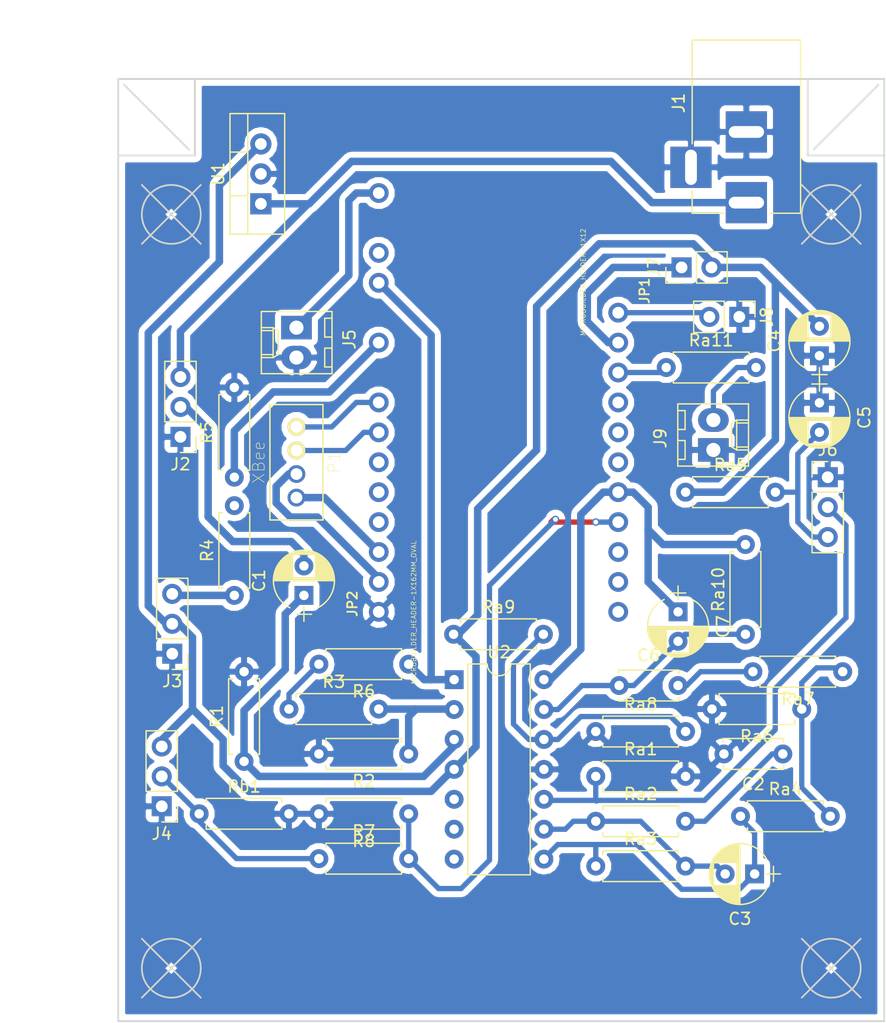
<source format=kicad_pcb>
(kicad_pcb (version 4) (host pcbnew 4.0.7-e2-6376~58~ubuntu16.04.1)
  (layers (0 F.Cu signal) (31 B.Cu signal) (34 B.Paste user) (35 F.Paste user) (36 B.SilkS user) (37 F.SilkS user) (38 B.Mask user) (39 F.Mask user) (44 Edge.Cuts user))
  (net 0 "")
  (net 1 GND)
  (net 2 5V)
  (net 3 SEN0192_OUT)
  (net 4 SE-10_OUT)
  (net 5 12V)
  (net 6 "Net-(R2-Pad1)")
  (net 7 SE-10_OUT_)
  (net 8 SEN0192_OUT_)
  (net 9 "Net-(C1-Pad1)")
  (net 10 VBUS)
  (net 11 EN)
  (net 12 ZRE200_OUT_)
  (net 13 TX)
  (net 14 RX)
  (net 15 3V3)
  (net 16 XBee_ON)
  (net 17 XBee_nRESET)
  (net 18 "Net-(C3-Pad1)")
  (net 19 "Net-(C3-Pad2)")
  (net 20 ZRE200_OUT)
  (net 21 EKMB_OUT)
  (net 22 "Net-(C2-Pad1)")
  (net 23 "Net-(Ra4-Pad2)")
  (net 24 "Net-(C5-Pad2)")
  (net 25 "Net-(C6-Pad1)")
  (net 26 "Net-(C6-Pad2)")
  (net 27 "Net-(R3-Pad1)")
  (net 28 "Net-(Ra8-Pad2)")
  (net 29 EKMB_OUT_)
  (net 30 "Net-(J9-Pad2)")
  (net 31 ACTIVITY_LED)
  (module TO_SOT_Packages_THT:TO-220-3_Vertical (layer F.Cu) (at 131.6 84.1 90)
    (fp_text reference U1 (at 2.54 -3.62 90) (layer F.SilkS))
    (fp_text value LM7805_TO220)
    (pad 1 thru_hole rect (at 0 0 90) (size 1.8 1.8) (drill 1) (layers *.Cu *.Mask) (net 5 12V))
    (pad 2 thru_hole oval (at 2.54 0 90) (size 1.8 1.8) (drill 1) (layers *.Cu *.Mask) (net 1 GND))
    (pad 3 thru_hole oval (at 5.08 0 90) (size 1.8 1.8) (drill 1) (layers *.Cu *.Mask) (net 2 5V))
  )
  (module Resistors_THT:R_Axial_DIN0207_L6.3mm_D2.5mm_P7.62mm_Horizontal (layer F.Cu) (at 147.955 120.65)
    (fp_text reference Ra9 (at 3.81 -2.31) (layer F.SilkS))
    (fp_text value 810K)
    (pad 1 thru_hole circle (at 0 0) (size 1.6 1.6) (drill 0.8) (layers *.Cu *.Mask) (net 2 5V))
    (pad 2 thru_hole oval (at 7.62 0) (size 1.6 1.6) (drill 0.8) (layers *.Cu *.Mask) (net 28 "Net-(Ra8-Pad2)"))
  )
  (module Pin_Headers:Pin_Header_Straight_1x03_Pitch2.54mm (layer F.Cu) (at 124.7775 103.886 180)
    (fp_text reference J2 (at 0 -2.33 180) (layer F.SilkS))
    (fp_text value SE-10)
    (pad 1 thru_hole rect (at 0 0 180) (size 1.7 1.7) (drill 1) (layers *.Cu *.Mask) (net 1 GND))
    (pad 2 thru_hole oval (at 0 2.54 180) (size 1.7 1.7) (drill 1) (layers *.Cu *.Mask) (net 4 SE-10_OUT))
    (pad 3 thru_hole oval (at 0 5.08 180) (size 1.7 1.7) (drill 1) (layers *.Cu *.Mask) (net 5 12V))
  )
  (module Resistors_THT:R_Axial_DIN0207_L6.3mm_D2.5mm_P7.62mm_Horizontal (layer F.Cu) (at 130.175 131.445 90)
    (fp_text reference R1 (at 3.81 -2.31 90) (layer F.SilkS))
    (fp_text value 4.62K)
    (pad 1 thru_hole circle (at 0 0 90) (size 1.6 1.6) (drill 0.8) (layers *.Cu *.Mask) (net 9 "Net-(C1-Pad1)"))
    (pad 2 thru_hole oval (at 7.62 0 90) (size 1.6 1.6) (drill 0.8) (layers *.Cu *.Mask) (net 1 GND))
  )
  (module Resistors_THT:R_Axial_DIN0207_L6.3mm_D2.5mm_P7.62mm_Horizontal (layer F.Cu) (at 144.145 130.81 180)
    (fp_text reference R2 (at 3.81 -2.31 180) (layer F.SilkS))
    (fp_text value 9.85K)
    (pad 1 thru_hole circle (at 0 0 180) (size 1.6 1.6) (drill 0.8) (layers *.Cu *.Mask) (net 6 "Net-(R2-Pad1)"))
    (pad 2 thru_hole oval (at 7.62 0 180) (size 1.6 1.6) (drill 0.8) (layers *.Cu *.Mask) (net 1 GND))
  )
  (module Resistors_THT:R_Axial_DIN0207_L6.3mm_D2.5mm_P7.62mm_Horizontal (layer F.Cu) (at 133.985 127)
    (fp_text reference R3 (at 3.81 -2.31) (layer F.SilkS))
    (fp_text value 9.87K)
    (pad 1 thru_hole circle (at 0 0) (size 1.6 1.6) (drill 0.8) (layers *.Cu *.Mask) (net 27 "Net-(R3-Pad1)"))
    (pad 2 thru_hole oval (at 7.62 0) (size 1.6 1.6) (drill 0.8) (layers *.Cu *.Mask) (net 6 "Net-(R2-Pad1)"))
  )
  (module Resistors_THT:R_Axial_DIN0207_L6.3mm_D2.5mm_P7.62mm_Horizontal (layer F.Cu) (at 129.3495 117.348 90)
    (fp_text reference R4 (at 3.81 -2.31 90) (layer F.SilkS))
    (fp_text value 1.491K)
    (pad 1 thru_hole circle (at 0 0 90) (size 1.6 1.6) (drill 0.8) (layers *.Cu *.Mask) (net 3 SEN0192_OUT))
    (pad 2 thru_hole oval (at 7.62 0 90) (size 1.6 1.6) (drill 0.8) (layers *.Cu *.Mask) (net 8 SEN0192_OUT_))
  )
  (module Resistors_THT:R_Axial_DIN0207_L6.3mm_D2.5mm_P7.62mm_Horizontal (layer F.Cu) (at 129.3495 107.315 90)
    (fp_text reference R5 (at 3.81 -2.31 90) (layer F.SilkS))
    (fp_text value 2.18K)
    (pad 1 thru_hole circle (at 0 0 90) (size 1.6 1.6) (drill 0.8) (layers *.Cu *.Mask) (net 8 SEN0192_OUT_))
    (pad 2 thru_hole oval (at 7.62 0 90) (size 1.6 1.6) (drill 0.8) (layers *.Cu *.Mask) (net 1 GND))
  )
  (module "Adafruit Feather M0 Basic rev C:MICROBUILDER_1X12_ROUND" (layer F.Cu) (at 161.925 104.775 270)
    (fp_text reference JP1 (at -13.2842 -2.2352 270) (layer F.SilkS) (effects (font (size 0.8128 0.8128) (thickness 0.1524))))
    (fp_text value MICROBUILDER_HEADER-1X12 (at -14.0208 2.9718 270) (layer F.SilkS) (effects (font (size 0.4064 0.4064) (thickness 0.0508))))
    (pad 2 thru_hole circle (at -11.43 0 270) (size 1.6764 1.6764) (drill 0.99822) (layers *.Cu *.Paste *.Mask) (net 11 EN))
    (pad 3 thru_hole circle (at -8.89 0 270) (size 1.6764 1.6764) (drill 0.99822) (layers *.Cu *.Paste *.Mask) (net 10 VBUS))
    (pad 4 thru_hole circle (at -6.35 0 270) (size 1.6764 1.6764) (drill 0.99822) (layers *.Cu *.Paste *.Mask) (net 31 ACTIVITY_LED))
    (pad 5 thru_hole circle (at -3.81 0 270) (size 1.6764 1.6764) (drill 0.99822) (layers *.Cu *.Paste *.Mask))
    (pad 6 thru_hole circle (at -1.27 0 270) (size 1.6764 1.6764) (drill 0.99822) (layers *.Cu *.Paste *.Mask))
    (pad 7 thru_hole circle (at 1.27 0 270) (size 1.6764 1.6764) (drill 0.99822) (layers *.Cu *.Paste *.Mask))
    (pad 8 thru_hole circle (at 3.81 0 270) (size 1.6764 1.6764) (drill 0.99822) (layers *.Cu *.Paste *.Mask) (net 12 ZRE200_OUT_))
    (pad 9 thru_hole circle (at 6.35 0 270) (size 1.6764 1.6764) (drill 0.99822) (layers *.Cu *.Paste *.Mask) (net 29 EKMB_OUT_))
    (pad 10 thru_hole circle (at 8.89 0 270) (size 1.6764 1.6764) (drill 0.99822) (layers *.Cu *.Paste *.Mask))
    (pad 11 thru_hole circle (at 11.43 0 270) (size 1.6764 1.6764) (drill 0.99822) (layers *.Cu *.Paste *.Mask))
    (pad 12 thru_hole circle (at 13.97 0 270) (size 1.6764 1.6764) (drill 0.99822) (layers *.Cu *.Paste *.Mask))
  )
  (module "Adafruit Feather M0 Basic rev C:MICROBUILDER_1X16_ROUND" (layer F.Cu) (at 141.605 99.695 90)
    (fp_text reference JP2 (at -18.3642 -2.2352 90) (layer F.SilkS) (effects (font (size 0.8128 0.8128) (thickness 0.1524))))
    (fp_text value MICROBUILDER_HEADER-1X162MM_OVAL (at -19.1008 2.9718 90) (layer F.SilkS) (effects (font (size 0.4064 0.4064) (thickness 0.0508))))
    (pad 1 thru_hole circle (at -19.05 0 90) (size 1.6764 1.6764) (drill 0.99822) (layers *.Cu *.Paste *.Mask) (net 1 GND))
    (pad 2 thru_hole circle (at -16.51 0 90) (size 1.6764 1.6764) (drill 0.99822) (layers *.Cu *.Paste *.Mask) (net 13 TX))
    (pad 3 thru_hole circle (at -13.97 0 90) (size 1.6764 1.6764) (drill 0.99822) (layers *.Cu *.Paste *.Mask) (net 14 RX))
    (pad 4 thru_hole circle (at -11.43 0 90) (size 1.6764 1.6764) (drill 0.99822) (layers *.Cu *.Paste *.Mask))
    (pad 5 thru_hole circle (at -8.89 0 90) (size 1.6764 1.6764) (drill 0.99822) (layers *.Cu *.Paste *.Mask))
    (pad 6 thru_hole circle (at -6.35 0 90) (size 1.6764 1.6764) (drill 0.99822) (layers *.Cu *.Paste *.Mask))
    (pad 7 thru_hole circle (at -3.81 0 90) (size 1.6764 1.6764) (drill 0.99822) (layers *.Cu *.Paste *.Mask) (net 17 XBee_nRESET))
    (pad 8 thru_hole circle (at -1.27 0 90) (size 1.6764 1.6764) (drill 0.99822) (layers *.Cu *.Paste *.Mask) (net 16 XBee_ON))
    (pad 10 thru_hole circle (at 3.81 0 90) (size 1.6764 1.6764) (drill 0.99822) (layers *.Cu *.Paste *.Mask) (net 8 SEN0192_OUT_))
    (pad 12 thru_hole circle (at 8.89 0 90) (size 1.6764 1.6764) (drill 0.99822) (layers *.Cu *.Paste *.Mask) (net 7 SE-10_OUT_))
    (pad 13 thru_hole circle (at 11.43 0 90) (size 1.6764 1.6764) (drill 0.99822) (layers *.Cu *.Paste *.Mask))
    (pad 15 thru_hole circle (at 16.51 0 90) (size 1.6764 1.6764) (drill 0.99822) (layers *.Cu *.Paste *.Mask) (net 15 3V3))
  )
  (module Capacitors_THT:CP_Radial_D5.0mm_P2.50mm (layer F.Cu) (at 135.255 117.348 90)
    (fp_text reference C1 (at 1.25 -3.81 90) (layer F.SilkS))
    (fp_text value 22u)
    (pad 1 thru_hole rect (at 0 0 90) (size 1.6 1.6) (drill 0.8) (layers *.Cu *.Mask) (net 9 "Net-(C1-Pad1)"))
    (pad 2 thru_hole circle (at 2.5 0 90) (size 1.6 1.6) (drill 0.8) (layers *.Cu *.Mask) (net 4 SE-10_OUT))
  )
  (module JST_PHR-4 (layer F.Cu) (at 134.62 106.045 270)
    (fp_text reference P1 (at 0 -3.2 270) (layer F.SilkS) (effects (font (thickness 0.05))))
    (fp_text value XBee (at 0 3.2 270) (layer F.SilkS) (effects (font (thickness 0.05))))
    (pad 1 thru_hole circle (at -3 0) (size 1.508 1.508) (drill 1) (layers *.Cu *.Mask F.SilkS) (net 16 XBee_ON))
    (pad 2 thru_hole circle (at -1 0) (size 1.508 1.508) (drill 1) (layers *.Cu *.Mask F.SilkS) (net 17 XBee_nRESET))
    (pad 3 thru_hole circle (at 1 0 270) (size 1.508 1.508) (drill 1) (layers *.Cu *.Mask) (net 13 TX))
    (pad 4 thru_hole circle (at 3 0 270) (size 1.508 1.508) (drill 1) (layers *.Cu *.Mask) (net 14 RX))
  )
  (module Pin_Headers:Pin_Header_Straight_1x03_Pitch2.54mm (layer F.Cu) (at 179.705 107.315)
    (fp_text reference J6 (at 0 -2.33) (layer F.SilkS))
    (fp_text value ZRE200GE)
    (pad 1 thru_hole rect (at 0 0) (size 1.7 1.7) (drill 1) (layers *.Cu *.Mask) (net 1 GND))
    (pad 2 thru_hole oval (at 0 2.54) (size 1.7 1.7) (drill 1) (layers *.Cu *.Mask) (net 20 ZRE200_OUT))
    (pad 3 thru_hole oval (at 0 5.08) (size 1.7 1.7) (drill 1) (layers *.Cu *.Mask) (net 24 "Net-(C5-Pad2)"))
  )
  (module Resistors_THT:R_Axial_DIN0207_L6.3mm_D2.5mm_P7.62mm_Horizontal (layer F.Cu) (at 144.145 123.19 180)
    (fp_text reference R6 (at 3.81 -2.31 180) (layer F.SilkS))
    (fp_text value 14.82K)
    (pad 1 thru_hole circle (at 0 0 180) (size 1.6 1.6) (drill 0.8) (layers *.Cu *.Mask) (net 7 SE-10_OUT_))
    (pad 2 thru_hole oval (at 7.62 0 180) (size 1.6 1.6) (drill 0.8) (layers *.Cu *.Mask) (net 27 "Net-(R3-Pad1)"))
  )
  (module Capacitors_THT:CP_Radial_D5.0mm_P2.50mm (layer F.Cu) (at 173.5 141 180)
    (fp_text reference C3 (at 1.25 -3.81 180) (layer F.SilkS))
    (fp_text value 10n)
    (pad 1 thru_hole rect (at 0 0 180) (size 1.6 1.6) (drill 0.8) (layers *.Cu *.Mask) (net 18 "Net-(C3-Pad1)"))
    (pad 2 thru_hole circle (at 2.5 0 180) (size 1.6 1.6) (drill 0.8) (layers *.Cu *.Mask) (net 19 "Net-(C3-Pad2)"))
  )
  (module Capacitors_THT:CP_Radial_D5.0mm_P2.50mm (layer F.Cu) (at 179 101 270)
    (fp_text reference C5 (at 1.25 -3.81 270) (layer F.SilkS))
    (fp_text value 10u)
    (pad 1 thru_hole rect (at 0 0 270) (size 1.6 1.6) (drill 0.8) (layers *.Cu *.Mask) (net 1 GND))
    (pad 2 thru_hole circle (at 2.5 0 270) (size 1.6 1.6) (drill 0.8) (layers *.Cu *.Mask) (net 24 "Net-(C5-Pad2)"))
  )
  (module Resistors_THT:R_Axial_DIN0207_L6.3mm_D2.5mm_P7.62mm_Horizontal (layer F.Cu) (at 160.02 132.715)
    (fp_text reference Ra1 (at 3.81 -2.31) (layer F.SilkS))
    (fp_text value 47K)
    (pad 1 thru_hole circle (at 0 0) (size 1.6 1.6) (drill 0.8) (layers *.Cu *.Mask) (net 20 ZRE200_OUT))
    (pad 2 thru_hole oval (at 7.62 0) (size 1.6 1.6) (drill 0.8) (layers *.Cu *.Mask) (net 1 GND))
  )
  (module Resistors_THT:R_Axial_DIN0207_L6.3mm_D2.5mm_P7.62mm_Horizontal (layer F.Cu) (at 160.02 136.525)
    (fp_text reference Ra2 (at 3.81 -2.31) (layer F.SilkS))
    (fp_text value 10K)
    (pad 1 thru_hole circle (at 0 0) (size 1.6 1.6) (drill 0.8) (layers *.Cu *.Mask) (net 19 "Net-(C3-Pad2)"))
    (pad 2 thru_hole oval (at 7.62 0) (size 1.6 1.6) (drill 0.8) (layers *.Cu *.Mask) (net 22 "Net-(C2-Pad1)"))
  )
  (module Resistors_THT:R_Axial_DIN0207_L6.3mm_D2.5mm_P7.62mm_Horizontal (layer F.Cu) (at 160.02 140.335)
    (fp_text reference Ra3 (at 3.81 -2.31) (layer F.SilkS))
    (fp_text value 1M)
    (pad 1 thru_hole circle (at 0 0) (size 1.6 1.6) (drill 0.8) (layers *.Cu *.Mask) (net 18 "Net-(C3-Pad1)"))
    (pad 2 thru_hole oval (at 7.62 0) (size 1.6 1.6) (drill 0.8) (layers *.Cu *.Mask) (net 19 "Net-(C3-Pad2)"))
  )
  (module Resistors_THT:R_Axial_DIN0207_L6.3mm_D2.5mm_P7.62mm_Horizontal (layer F.Cu) (at 172.3 136.1)
    (fp_text reference Ra4 (at 3.81 -2.31) (layer F.SilkS))
    (fp_text value 100K)
    (pad 1 thru_hole circle (at 0 0) (size 1.6 1.6) (drill 0.8) (layers *.Cu *.Mask) (net 18 "Net-(C3-Pad1)"))
    (pad 2 thru_hole oval (at 7.62 0) (size 1.6 1.6) (drill 0.8) (layers *.Cu *.Mask) (net 23 "Net-(Ra4-Pad2)"))
  )
  (module Resistors_THT:R_Axial_DIN0207_L6.3mm_D2.5mm_P7.62mm_Horizontal (layer F.Cu) (at 177.5 127 180)
    (fp_text reference Ra6 (at 3.81 -2.31 180) (layer F.SilkS))
    (fp_text value 1M)
    (pad 1 thru_hole circle (at 0 0 180) (size 1.6 1.6) (drill 0.8) (layers *.Cu *.Mask) (net 23 "Net-(Ra4-Pad2)"))
    (pad 2 thru_hole oval (at 7.62 0 180) (size 1.6 1.6) (drill 0.8) (layers *.Cu *.Mask) (net 1 GND))
  )
  (module Resistors_THT:R_Axial_DIN0207_L6.3mm_D2.5mm_P7.62mm_Horizontal (layer F.Cu) (at 180.975 123.825 180)
    (fp_text reference Ra7 (at 3.81 -2.31 180) (layer F.SilkS))
    (fp_text value 10K)
    (pad 1 thru_hole circle (at 0 0 180) (size 1.6 1.6) (drill 0.8) (layers *.Cu *.Mask) (net 23 "Net-(Ra4-Pad2)"))
    (pad 2 thru_hole oval (at 7.62 0 180) (size 1.6 1.6) (drill 0.8) (layers *.Cu *.Mask) (net 26 "Net-(C6-Pad2)"))
  )
  (module Resistors_THT:R_Axial_DIN0207_L6.3mm_D2.5mm_P7.62mm_Horizontal (layer F.Cu) (at 160.02 128.905)
    (fp_text reference Ra8 (at 3.81 -2.31) (layer F.SilkS))
    (fp_text value 470K)
    (pad 1 thru_hole circle (at 0 0) (size 1.6 1.6) (drill 0.8) (layers *.Cu *.Mask) (net 1 GND))
    (pad 2 thru_hole oval (at 7.62 0) (size 1.6 1.6) (drill 0.8) (layers *.Cu *.Mask) (net 28 "Net-(Ra8-Pad2)"))
  )
  (module Resistors_THT:R_Axial_DIN0207_L6.3mm_D2.5mm_P7.62mm_Horizontal (layer F.Cu) (at 126.365 135.89)
    (fp_text reference Rb1 (at 3.81 -2.31) (layer F.SilkS))
    (fp_text value 10K)
    (pad 1 thru_hole circle (at 0 0) (size 1.6 1.6) (drill 0.8) (layers *.Cu *.Mask) (net 21 EKMB_OUT))
    (pad 2 thru_hole oval (at 7.62 0) (size 1.6 1.6) (drill 0.8) (layers *.Cu *.Mask) (net 1 GND))
  )
  (module Capacitors_THT:C_Disc_D5.0mm_W2.5mm_P5.00mm (layer F.Cu) (at 175.895 130.81 180)
    (fp_text reference C2 (at 2.5 -2.56 180) (layer F.SilkS))
    (fp_text value 10u)
    (pad 1 thru_hole circle (at 0 0 180) (size 1.6 1.6) (drill 0.8) (layers *.Cu *.Mask) (net 22 "Net-(C2-Pad1)"))
    (pad 2 thru_hole circle (at 5 0 180) (size 1.6 1.6) (drill 0.8) (layers *.Cu *.Mask) (net 1 GND))
  )
  (module Capacitors_THT:CP_Radial_D5.0mm_P2.50mm (layer F.Cu) (at 167.005 118.745 270)
    (fp_text reference C7 (at 1.25 -3.81 270) (layer F.SilkS))
    (fp_text value 10n)
    (pad 1 thru_hole rect (at 0 0 270) (size 1.6 1.6) (drill 0.8) (layers *.Cu *.Mask) (net 12 ZRE200_OUT_))
    (pad 2 thru_hole circle (at 2.5 0 270) (size 1.6 1.6) (drill 0.8) (layers *.Cu *.Mask) (net 25 "Net-(C6-Pad1)"))
  )
  (module Resistors_THT:R_Axial_DIN0207_L6.3mm_D2.5mm_P7.62mm_Horizontal (layer F.Cu) (at 167.64 108.585)
    (fp_text reference Ra5 (at 3.81 -2.31) (layer F.SilkS))
    (fp_text value 1K)
    (pad 1 thru_hole circle (at 0 0) (size 1.6 1.6) (drill 0.8) (layers *.Cu *.Mask) (net 2 5V))
    (pad 2 thru_hole oval (at 7.62 0) (size 1.6 1.6) (drill 0.8) (layers *.Cu *.Mask) (net 24 "Net-(C5-Pad2)"))
  )
  (module Resistors_THT:R_Axial_DIN0207_L6.3mm_D2.5mm_P7.62mm_Horizontal (layer F.Cu) (at 172.72 120.65 90)
    (fp_text reference Ra10 (at 3.81 -2.31 90) (layer F.SilkS))
    (fp_text value 1M2)
    (pad 1 thru_hole circle (at 0 0 90) (size 1.6 1.6) (drill 0.8) (layers *.Cu *.Mask) (net 25 "Net-(C6-Pad1)"))
    (pad 2 thru_hole oval (at 7.62 0 90) (size 1.6 1.6) (drill 0.8) (layers *.Cu *.Mask) (net 12 ZRE200_OUT_))
  )
  (module Capacitors_THT:CP_Radial_D5.0mm_P2.50mm (layer F.Cu) (at 179 97 90)
    (fp_text reference C4 (at 1.25 -3.81 90) (layer F.SilkS))
    (fp_text value 100u)
    (pad 1 thru_hole rect (at 0 0 90) (size 1.6 1.6) (drill 0.8) (layers *.Cu *.Mask) (net 1 GND))
    (pad 2 thru_hole circle (at 2.5 0 90) (size 1.6 1.6) (drill 0.8) (layers *.Cu *.Mask) (net 2 5V))
  )
  (module Capacitors_THT:C_Disc_D5.0mm_W2.5mm_P5.00mm (layer F.Cu) (at 162 125)
    (fp_text reference C6 (at 2.5 -2.56) (layer F.SilkS))
    (fp_text value 10u)
    (pad 1 thru_hole circle (at 0 0) (size 1.6 1.6) (drill 0.8) (layers *.Cu *.Mask) (net 25 "Net-(C6-Pad1)"))
    (pad 2 thru_hole circle (at 5 0) (size 1.6 1.6) (drill 0.8) (layers *.Cu *.Mask) (net 26 "Net-(C6-Pad2)"))
  )
  (module Pin_Headers:Pin_Header_Straight_1x03_Pitch2.54mm (layer F.Cu) (at 124.079 122.301 180)
    (fp_text reference J3 (at 0 -2.33 180) (layer F.SilkS))
    (fp_text value SEN0192_MW)
    (pad 1 thru_hole rect (at 0 0 180) (size 1.7 1.7) (drill 1) (layers *.Cu *.Mask) (net 1 GND))
    (pad 2 thru_hole oval (at 0 2.54 180) (size 1.7 1.7) (drill 1) (layers *.Cu *.Mask) (net 2 5V))
    (pad 3 thru_hole oval (at 0 5.08 180) (size 1.7 1.7) (drill 1) (layers *.Cu *.Mask) (net 3 SEN0192_OUT))
  )
  (module Pin_Headers:Pin_Header_Straight_1x03_Pitch2.54mm (layer F.Cu) (at 123.19 135.255 180)
    (fp_text reference J4 (at 0 -2.33 180) (layer F.SilkS))
    (fp_text value EKMB)
    (pad 1 thru_hole rect (at 0 0 180) (size 1.7 1.7) (drill 1) (layers *.Cu *.Mask) (net 1 GND))
    (pad 2 thru_hole oval (at 0 2.54 180) (size 1.7 1.7) (drill 1) (layers *.Cu *.Mask) (net 21 EKMB_OUT))
    (pad 3 thru_hole oval (at 0 5.08 180) (size 1.7 1.7) (drill 1) (layers *.Cu *.Mask) (net 2 5V))
  )
  (module Connectors_Molex:Molex_KK-6410-02_02x2.54mm_Straight (layer F.Cu) (at 134.62 94.615 270)
    (fp_text reference J5 (at 1 -4.5 270) (layer F.SilkS))
    (fp_text value "3V3 Output")
    (pad 1 thru_hole rect (at 0 0 270) (size 2 2.6) (drill 1.2) (layers *.Cu *.Mask) (net 15 3V3))
    (pad 2 thru_hole oval (at 2.54 0 270) (size 2 2.6) (drill 1.2) (layers *.Cu *.Mask) (net 1 GND))
  )
  (module Pin_Headers:Pin_Header_Straight_1x02_Pitch2.54mm (layer F.Cu) (at 167.3 89.5 90)
    (fp_text reference J7 (at 0 -2.33 90) (layer F.SilkS))
    (fp_text value "5V Ext")
    (pad 1 thru_hole rect (at 0 0 90) (size 1.7 1.7) (drill 1) (layers *.Cu *.Mask) (net 10 VBUS))
    (pad 2 thru_hole oval (at 0 2.54 90) (size 1.7 1.7) (drill 1) (layers *.Cu *.Mask) (net 2 5V))
  )
  (module Pin_Headers:Pin_Header_Straight_1x02_Pitch2.54mm (layer F.Cu) (at 172.2 93.7 270)
    (fp_text reference J8 (at 0 -2.33 270) (layer F.SilkS))
    (fp_text value "3V3 EN")
    (pad 1 thru_hole rect (at 0 0 270) (size 1.7 1.7) (drill 1) (layers *.Cu *.Mask) (net 1 GND))
    (pad 2 thru_hole oval (at 0 2.54 270) (size 1.7 1.7) (drill 1) (layers *.Cu *.Mask) (net 11 EN))
  )
  (module Housings_DIP:DIP-14_W7.62mm (layer F.Cu) (at 148 124.5)
    (fp_text reference U2 (at 3.81 -2.33) (layer F.SilkS))
    (fp_text value LM324)
    (pad 1 thru_hole rect (at 0 0) (size 1.6 1.6) (drill 0.8) (layers *.Cu *.Mask) (net 7 SE-10_OUT_))
    (pad 8 thru_hole oval (at 7.62 15.24) (size 1.6 1.6) (drill 0.8) (layers *.Cu *.Mask) (net 18 "Net-(C3-Pad1)"))
    (pad 2 thru_hole oval (at 0 2.54) (size 1.6 1.6) (drill 0.8) (layers *.Cu *.Mask) (net 6 "Net-(R2-Pad1)"))
    (pad 9 thru_hole oval (at 7.62 12.7) (size 1.6 1.6) (drill 0.8) (layers *.Cu *.Mask) (net 19 "Net-(C3-Pad2)"))
    (pad 3 thru_hole oval (at 0 5.08) (size 1.6 1.6) (drill 0.8) (layers *.Cu *.Mask) (net 9 "Net-(C1-Pad1)"))
    (pad 10 thru_hole oval (at 7.62 10.16) (size 1.6 1.6) (drill 0.8) (layers *.Cu *.Mask) (net 20 ZRE200_OUT))
    (pad 4 thru_hole oval (at 0 7.62) (size 1.6 1.6) (drill 0.8) (layers *.Cu *.Mask) (net 2 5V))
    (pad 11 thru_hole oval (at 7.62 7.62) (size 1.6 1.6) (drill 0.8) (layers *.Cu *.Mask) (net 1 GND))
    (pad 5 thru_hole oval (at 0 10.16) (size 1.6 1.6) (drill 0.8) (layers *.Cu *.Mask))
    (pad 12 thru_hole oval (at 7.62 5.08) (size 1.6 1.6) (drill 0.8) (layers *.Cu *.Mask) (net 28 "Net-(Ra8-Pad2)"))
    (pad 6 thru_hole oval (at 0 12.7) (size 1.6 1.6) (drill 0.8) (layers *.Cu *.Mask))
    (pad 13 thru_hole oval (at 7.62 2.54) (size 1.6 1.6) (drill 0.8) (layers *.Cu *.Mask) (net 25 "Net-(C6-Pad1)"))
    (pad 7 thru_hole oval (at 0 15.24) (size 1.6 1.6) (drill 0.8) (layers *.Cu *.Mask))
    (pad 14 thru_hole oval (at 7.62 0) (size 1.6 1.6) (drill 0.8) (layers *.Cu *.Mask) (net 12 ZRE200_OUT_))
  )
  (module Resistors_THT:R_Axial_DIN0207_L6.3mm_D2.5mm_P7.62mm_Horizontal (layer F.Cu) (at 136.525 139.7)
    (fp_text reference R7 (at 3.81 -2.31) (layer F.SilkS))
    (fp_text value 1.491K)
    (pad 1 thru_hole circle (at 0 0) (size 1.6 1.6) (drill 0.8) (layers *.Cu *.Mask) (net 21 EKMB_OUT))
    (pad 2 thru_hole oval (at 7.62 0) (size 1.6 1.6) (drill 0.8) (layers *.Cu *.Mask) (net 29 EKMB_OUT_))
  )
  (module Resistors_THT:R_Axial_DIN0207_L6.3mm_D2.5mm_P7.62mm_Horizontal (layer F.Cu) (at 144.145 135.89 180)
    (fp_text reference R8 (at 3.81 -2.31 180) (layer F.SilkS))
    (fp_text value 2.18K)
    (pad 1 thru_hole circle (at 0 0 180) (size 1.6 1.6) (drill 0.8) (layers *.Cu *.Mask) (net 29 EKMB_OUT_))
    (pad 2 thru_hole oval (at 7.62 0 180) (size 1.6 1.6) (drill 0.8) (layers *.Cu *.Mask) (net 1 GND))
  )
  (module Connectors:BARREL_JACK (layer F.Cu) (at 172.8 84 270)
    (fp_text reference J1 (at -8.45 5.75 450) (layer F.SilkS))
    (fp_text value "12V input")
    (pad 1 thru_hole rect (at 0 0 270) (size 3.5 3.5) (drill oval 1 3) (layers *.Cu *.Mask) (net 5 12V))
    (pad 2 thru_hole rect (at -6 0 270) (size 3.5 3.5) (drill oval 1 3) (layers *.Cu *.Mask) (net 1 GND))
    (pad 3 thru_hole rect (at -3 4.7 270) (size 3.5 3.5) (drill oval 3 1) (layers *.Cu *.Mask) (net 1 GND))
  )
  (module Connectors_Molex:Molex_KK-6410-02_02x2.54mm_Straight (layer F.Cu) (at 170 105 90)
    (fp_text reference J9 (at 1 -4.5 90) (layer F.SilkS))
    (fp_text value "3V3 Output")
    (pad 1 thru_hole rect (at 0 0 90) (size 2 2.6) (drill 1.2) (layers *.Cu *.Mask) (net 1 GND))
    (pad 2 thru_hole oval (at 2.54 0 90) (size 2 2.6) (drill 1.2) (layers *.Cu *.Mask) (net 30 "Net-(J9-Pad2)"))
  )
  (module Resistors_THT:R_Axial_DIN0207_L6.3mm_D2.5mm_P7.62mm_Horizontal (layer F.Cu) (at 166 98)
    (fp_text reference Ra11 (at 3.81 -2.31) (layer F.SilkS))
    (fp_text value 100K)
    (pad 1 thru_hole circle (at 0 0) (size 1.6 1.6) (drill 0.8) (layers *.Cu *.Mask) (net 31 ACTIVITY_LED))
    (pad 2 thru_hole oval (at 7.62 0) (size 1.6 1.6) (drill 0.8) (layers *.Cu *.Mask) (net 30 "Net-(J9-Pad2)"))
  )
  (gr_line (start 184.5 148.5) (end 184.5 153.5) (angle 90) (layer Edge.Cuts) (width 0.15))
  (gr_line (start 119.5 148.5) (end 119.5 153.5) (angle 90) (layer Edge.Cuts) (width 0.15))
  (target x (at 180 85) (size 5) (width 0.15) (layer Edge.Cuts))
  (target x (at 124 85) (size 5) (width 0.15) (layer Edge.Cuts))
  (gr_line (start 125.5 79.5) (end 120 74) (angle 90) (layer Edge.Cuts) (width 0.15))
  (gr_line (start 126 80) (end 126 73.5) (angle 90) (layer Edge.Cuts) (width 0.15))
  (gr_line (start 119.5 80) (end 126 80) (angle 90) (layer Edge.Cuts) (width 0.15))
  (gr_line (start 178 80) (end 184.5 80) (angle 90) (layer Edge.Cuts) (width 0.15))
  (gr_line (start 178 80) (end 178 73.5) (angle 90) (layer Edge.Cuts) (width 0.15))
  (gr_line (start 184 74) (end 178.5 79.5) (angle 90) (layer Edge.Cuts) (width 0.15))
  (gr_line (start 184.5 153.5) (end 119.5 153.5) (angle 90) (layer Edge.Cuts) (width 0.15))
  (gr_line (start 184.5 73.5) (end 184.5 148.5) (angle 90) (layer Edge.Cuts) (width 0.15))
  (gr_line (start 119.5 73.5) (end 184.5 73.5) (angle 90) (layer Edge.Cuts) (width 0.15))
  (gr_line (start 119.5 73.5) (end 119.5 148.5) (angle 90) (layer Edge.Cuts) (width 0.15))
  (target x (at 180 149) (size 5) (width 0.15) (layer Edge.Cuts))
  (target x (at 124 149) (size 5) (width 0.15) (layer Edge.Cuts))
  (segment (start 170.815 108.585) (end 175.26 104.14) (width 0.635) (layer B.Cu) (net 2))
  (segment (start 175.26 104.14) (end 175.26 103.505) (width 0.635) (layer B.Cu) (net 2))
  (segment (start 167.64 108.585) (end 170.815 108.585) (width 0.635) (layer B.Cu) (net 2))
  (segment (start 175.26 103.505) (end 175.26 90.76) (width 0.635) (layer B.Cu) (net 2))
  (segment (start 169.84 89.5) (end 174 89.5) (width 0.635) (layer B.Cu) (net 2))
  (segment (start 175.26 90.76) (end 179 94.5) (width 0.635) (layer B.Cu) (net 2))
  (segment (start 147.955 120.65) (end 148.35 120.65) (width 0.635) (layer B.Cu) (net 2))
  (segment (start 148.35 120.65) (end 150 119) (width 0.635) (layer B.Cu) (net 2))
  (segment (start 150 119) (end 150 110) (width 0.635) (layer B.Cu) (net 2))
  (segment (start 150 110) (end 155 105) (width 0.635) (layer B.Cu) (net 2))
  (segment (start 155 105) (end 155 92.8) (width 0.635) (layer B.Cu) (net 2))
  (segment (start 124.079 119.761) (end 123.571 119.761) (width 0.635) (layer B.Cu) (net 2))
  (segment (start 123.571 119.761) (end 122.047 118.237) (width 0.635) (layer B.Cu) (net 2))
  (segment (start 122.047 118.237) (end 122.047 95.0595) (width 0.635) (layer B.Cu) (net 2))
  (segment (start 122.047 95.0595) (end 128.0795 89.027) (width 0.635) (layer B.Cu) (net 2))
  (segment (start 128.0795 89.027) (end 128.0795 82.5405) (width 0.635) (layer B.Cu) (net 2))
  (segment (start 128.0795 82.5405) (end 131.6 79.02) (width 0.635) (layer B.Cu) (net 2))
  (segment (start 124.079 119.761) (end 124.6505 119.761) (width 0.635) (layer B.Cu) (net 2))
  (segment (start 124.6505 119.761) (end 125.8 120.9105) (width 0.635) (layer B.Cu) (net 2))
  (segment (start 125.8 120.9105) (end 125.8 127) (width 0.635) (layer B.Cu) (net 2))
  (segment (start 169.84 89.5) (end 169.84 89.04) (width 0.635) (layer B.Cu) (net 2))
  (segment (start 169.84 89.04) (end 168.3 87.5) (width 0.635) (layer B.Cu) (net 2))
  (segment (start 168.3 87.5) (end 160.3 87.5) (width 0.635) (layer B.Cu) (net 2))
  (segment (start 160.3 87.5) (end 155 92.8) (width 0.635) (layer B.Cu) (net 2))
  (segment (start 131.6 79.02) (end 131.6 79.1) (width 0.635) (layer B.Cu) (net 2))
  (segment (start 147.955 120.65) (end 148.05 120.65) (width 0.635) (layer B.Cu) (net 2))
  (segment (start 128.4 131.4) (end 128.4 131.8) (width 0.635) (layer B.Cu) (net 2))
  (segment (start 128.4 131.8) (end 130.585 133.985) (width 0.635) (layer B.Cu) (net 2))
  (segment (start 125.8 127) (end 128.4 129.6) (width 0.635) (layer B.Cu) (net 2))
  (segment (start 128.4 129.6) (end 128.4 131.4) (width 0.635) (layer B.Cu) (net 2))
  (segment (start 125.8 127) (end 123.19 129.61) (width 0.635) (layer B.Cu) (net 2))
  (segment (start 123.19 129.61) (end 123.19 130.175) (width 0.635) (layer B.Cu) (net 2))
  (segment (start 148 132.12) (end 147.915 132.12) (width 0.635) (layer B.Cu) (net 2))
  (segment (start 147.915 132.12) (end 146.05 133.985) (width 0.635) (layer B.Cu) (net 2))
  (segment (start 146.05 133.985) (end 130.585 133.985) (width 0.635) (layer B.Cu) (net 2))
  (segment (start 147.955 120.65) (end 149.8525 122.5475) (width 0.635) (layer B.Cu) (net 2))
  (segment (start 149.8525 122.5475) (end 149.86 122.555) (width 0.635) (layer B.Cu) (net 2))
  (segment (start 149.86 122.555) (end 149.86 130.175) (width 0.635) (layer B.Cu) (net 2))
  (segment (start 149.86 130.175) (end 148 132.12) (width 0.635) (layer B.Cu) (net 2))
  (segment (start 174 89.5) (end 175.26 90.76) (width 0.635) (layer B.Cu) (net 2))
  (segment (start 129.3495 117.348) (end 124.206 117.348) (width 0.635) (layer B.Cu) (net 3))
  (segment (start 124.206 117.348) (end 124.079 117.221) (width 0.635) (layer B.Cu) (net 3))
  (segment (start 124.7775 101.346) (end 125.222 101.346) (width 0.635) (layer B.Cu) (net 4))
  (segment (start 125.222 101.346) (end 127.127 103.251) (width 0.635) (layer B.Cu) (net 4))
  (segment (start 127.127 103.251) (end 127.127 110.6805) (width 0.635) (layer B.Cu) (net 4))
  (segment (start 135.255 114.848) (end 135.255 113.8555) (width 0.635) (layer B.Cu) (net 4))
  (segment (start 135.255 113.8555) (end 134.1755 112.776) (width 0.635) (layer B.Cu) (net 4))
  (segment (start 134.1755 112.776) (end 129.2225 112.776) (width 0.635) (layer B.Cu) (net 4))
  (segment (start 129.2225 112.776) (end 127.127 110.6805) (width 0.635) (layer B.Cu) (net 4))
  (segment (start 135.7 84.1) (end 135.61 84.1) (width 0.635) (layer B.Cu) (net 5))
  (segment (start 135.61 84.1) (end 124.7775 94.9325) (width 0.635) (layer B.Cu) (net 5))
  (segment (start 124.7775 94.9325) (end 124.7775 98.806) (width 0.635) (layer B.Cu) (net 5))
  (segment (start 131.6 84.1) (end 135.7 84.1) (width 0.635) (layer B.Cu) (net 5))
  (segment (start 135.7 84.1) (end 139.3 80.5) (width 0.635) (layer B.Cu) (net 5))
  (segment (start 139.3 80.5) (end 161.3 80.5) (width 0.635) (layer B.Cu) (net 5))
  (segment (start 161.3 80.5) (end 164.8 84) (width 0.635) (layer B.Cu) (net 5))
  (segment (start 164.8 84) (end 172.8 84) (width 0.635) (layer B.Cu) (net 5))
  (segment (start 144.7 127) (end 147.96 127) (width 0.635) (layer B.Cu) (net 6))
  (segment (start 147.96 127) (end 148 127.04) (width 0.635) (layer B.Cu) (net 6))
  (segment (start 141.605 127) (end 144.7 127) (width 0.635) (layer B.Cu) (net 6))
  (segment (start 144.7 127) (end 144.74 127.04) (width 0.635) (layer B.Cu) (net 6))
  (segment (start 144.145 130.81) (end 144.145 128.905) (width 0.635) (layer B.Cu) (net 6))
  (segment (start 144.145 128.905) (end 144.145 127.635) (width 0.635) (layer B.Cu) (net 6))
  (segment (start 144.145 127.635) (end 144.74 127.04) (width 0.635) (layer B.Cu) (net 6))
  (segment (start 141.605 90.805) (end 144.78 93.98) (width 0.635) (layer B.Cu) (net 7))
  (segment (start 144.78 93.98) (end 145.415 94.615) (width 0.635) (layer B.Cu) (net 7))
  (segment (start 145.415 94.615) (end 146.05 95.25) (width 0.635) (layer B.Cu) (net 7))
  (segment (start 146.05 95.25) (end 146.05 124.5) (width 0.635) (layer B.Cu) (net 7))
  (segment (start 146.05 124.5) (end 146.05 124.46) (width 0.635) (layer B.Cu) (net 7))
  (segment (start 146.05 124.46) (end 146.05 124.5) (width 0.635) (layer B.Cu) (net 7))
  (segment (start 148 124.5) (end 146.05 124.5) (width 0.635) (layer B.Cu) (net 7))
  (segment (start 146.05 124.5) (end 145.455 124.5) (width 0.635) (layer B.Cu) (net 7))
  (segment (start 145.455 124.5) (end 144.145 123.19) (width 0.635) (layer B.Cu) (net 7))
  (segment (start 129.3495 107.315) (end 129.3495 103.378) (width 0.635) (layer B.Cu) (net 8))
  (segment (start 129.3495 103.378) (end 132.6515 100.076) (width 0.635) (layer B.Cu) (net 8))
  (segment (start 132.6515 100.076) (end 137.414 100.076) (width 0.635) (layer B.Cu) (net 8))
  (segment (start 137.414 100.076) (end 141.605 95.885) (width 0.635) (layer B.Cu) (net 8))
  (segment (start 130.175 131.445) (end 130.175 127.127) (width 0.635) (layer B.Cu) (net 9))
  (segment (start 130.175 127.127) (end 133.6675 123.6345) (width 0.635) (layer B.Cu) (net 9))
  (segment (start 133.6675 123.6345) (end 133.6675 118.9355) (width 0.635) (layer B.Cu) (net 9))
  (segment (start 133.6675 118.9355) (end 135.255 117.348) (width 0.635) (layer B.Cu) (net 9))
  (segment (start 148 129.58) (end 148 130.13) (width 0.635) (layer B.Cu) (net 9))
  (segment (start 148 130.13) (end 145.415 132.715) (width 0.635) (layer B.Cu) (net 9))
  (segment (start 145.415 132.715) (end 131.445 132.715) (width 0.635) (layer B.Cu) (net 9))
  (segment (start 131.445 132.715) (end 130.175 131.445) (width 0.635) (layer B.Cu) (net 9))
  (segment (start 148 129.58) (end 147.915 129.58) (width 0.635) (layer B.Cu) (net 9))
  (segment (start 148 129.58) (end 148 130.13) (width 0.635) (layer B.Cu) (net 9))
  (segment (start 167.3 89.5) (end 161.5 89.5) (width 0.635) (layer B.Cu) (net 10))
  (segment (start 161.5 89.5) (end 159.3 91.7) (width 0.635) (layer B.Cu) (net 10))
  (segment (start 159.3 91.7) (end 159.3 94.1) (width 0.635) (layer B.Cu) (net 10))
  (segment (start 159.3 94.1) (end 161.085 95.885) (width 0.635) (layer B.Cu) (net 10))
  (segment (start 161.085 95.885) (end 161.925 95.885) (width 0.635) (layer B.Cu) (net 10))
  (segment (start 161.925 93.345) (end 169.305 93.345) (width 0.45) (layer B.Cu) (net 11))
  (segment (start 169.305 93.345) (end 169.66 93.7) (width 0.45) (layer B.Cu) (net 11))
  (segment (start 161.97 93.3) (end 161.925 93.345) (width 0.45) (layer B.Cu) (net 11))
  (segment (start 164.465 111.76) (end 165.735 113.03) (width 0.635) (layer B.Cu) (net 12))
  (segment (start 165.735 113.03) (end 172.72 113.03) (width 0.635) (layer B.Cu) (net 12))
  (segment (start 161.925 108.585) (end 163.195 108.585) (width 0.635) (layer B.Cu) (net 12))
  (segment (start 164.465 116.205) (end 167.005 118.745) (width 0.635) (layer B.Cu) (net 12))
  (segment (start 164.465 109.855) (end 164.465 111.76) (width 0.635) (layer B.Cu) (net 12))
  (segment (start 164.465 111.76) (end 164.465 116.205) (width 0.635) (layer B.Cu) (net 12))
  (segment (start 163.195 108.585) (end 164.465 109.855) (width 0.635) (layer B.Cu) (net 12))
  (segment (start 155.62 124.5) (end 156.17 124.5) (width 0.635) (layer B.Cu) (net 12))
  (segment (start 156.17 124.5) (end 158.75 121.92) (width 0.635) (layer B.Cu) (net 12))
  (segment (start 158.75 121.92) (end 158.75 110.49) (width 0.635) (layer B.Cu) (net 12))
  (segment (start 158.75 110.49) (end 160.655 108.585) (width 0.635) (layer B.Cu) (net 12))
  (segment (start 160.655 108.585) (end 161.925 108.585) (width 0.635) (layer B.Cu) (net 12))
  (segment (start 141.605 116.205) (end 141.605 115.905) (width 0.635) (layer B.Cu) (net 13))
  (segment (start 141.605 115.905) (end 136.4 110.7) (width 0.635) (layer B.Cu) (net 13))
  (segment (start 136.4 110.7) (end 134.1 110.7) (width 0.635) (layer B.Cu) (net 13))
  (segment (start 134.1 110.7) (end 132.9 109.5) (width 0.635) (layer B.Cu) (net 13))
  (segment (start 132.9 109.5) (end 132.9 108.1) (width 0.635) (layer B.Cu) (net 13))
  (segment (start 132.9 108.1) (end 133.955 107.045) (width 0.635) (layer B.Cu) (net 13))
  (segment (start 133.955 107.045) (end 134.62 107.045) (width 0.635) (layer B.Cu) (net 13))
  (segment (start 134.62 109.045) (end 136.985 109.045) (width 0.635) (layer B.Cu) (net 14))
  (segment (start 136.985 109.045) (end 141.605 113.665) (width 0.635) (layer B.Cu) (net 14))
  (segment (start 141.605 83.185) (end 139.7 83.185) (width 0.635) (layer B.Cu) (net 15))
  (segment (start 139.7 83.185) (end 139.065 83.82) (width 0.635) (layer B.Cu) (net 15))
  (segment (start 139.065 83.82) (end 139.065 90.17) (width 0.635) (layer B.Cu) (net 15))
  (segment (start 139.065 90.17) (end 134.62 94.615) (width 0.635) (layer B.Cu) (net 15))
  (segment (start 134.62 103.045) (end 137.62 103.045) (width 0.45) (layer B.Cu) (net 16))
  (segment (start 137.62 103.045) (end 139.7 100.965) (width 0.45) (layer B.Cu) (net 16))
  (segment (start 139.7 100.965) (end 141.605 100.965) (width 0.45) (layer B.Cu) (net 16))
  (segment (start 134.62 105.045) (end 138.795 105.045) (width 0.45) (layer B.Cu) (net 17))
  (segment (start 138.795 105.045) (end 140.335 103.505) (width 0.45) (layer B.Cu) (net 17))
  (segment (start 140.335 103.505) (end 141.605 103.505) (width 0.45) (layer B.Cu) (net 17))
  (segment (start 160.02 140.335) (end 160.02 138.5) (width 0.45) (layer B.Cu) (net 18))
  (segment (start 160.02 138.5) (end 160.2 138.5) (width 0.45) (layer B.Cu) (net 18))
  (segment (start 155.62 139.74) (end 155.62 139.68) (width 0.45) (layer B.Cu) (net 18))
  (segment (start 155.62 139.68) (end 156.8 138.5) (width 0.45) (layer B.Cu) (net 18))
  (segment (start 156.8 138.5) (end 160.2 138.5) (width 0.45) (layer B.Cu) (net 18))
  (segment (start 160.2 138.5) (end 160.5 138.5) (width 0.45) (layer B.Cu) (net 18))
  (segment (start 160.5 138.5) (end 163.52 138.5) (width 0.45) (layer B.Cu) (net 18))
  (segment (start 163.52 138.5) (end 167.32 142.3) (width 0.45) (layer B.Cu) (net 18))
  (segment (start 167.32 142.3) (end 172.2 142.3) (width 0.45) (layer B.Cu) (net 18))
  (segment (start 172.2 142.3) (end 173.5 141) (width 0.45) (layer B.Cu) (net 18))
  (segment (start 171.975 136) (end 173.5 137.525) (width 0.45) (layer B.Cu) (net 18))
  (segment (start 173.5 137.525) (end 173.5 141) (width 0.45) (layer B.Cu) (net 18))
  (segment (start 167.64 140.335) (end 170.335 140.335) (width 0.45) (layer B.Cu) (net 19))
  (segment (start 170.335 140.335) (end 171 141) (width 0.45) (layer B.Cu) (net 19))
  (segment (start 160.02 136.525) (end 163.83 136.525) (width 0.45) (layer B.Cu) (net 19))
  (segment (start 163.83 136.525) (end 167.64 140.335) (width 0.45) (layer B.Cu) (net 19))
  (segment (start 155.62 137.2) (end 157.44 137.2) (width 0.45) (layer B.Cu) (net 19))
  (segment (start 157.44 137.2) (end 158.115 136.525) (width 0.45) (layer B.Cu) (net 19))
  (segment (start 158.115 136.525) (end 160.02 136.525) (width 0.45) (layer B.Cu) (net 19))
  (segment (start 168.25 134.75) (end 169.25 134.75) (width 0.45) (layer B.Cu) (net 20))
  (segment (start 181.25 111.4) (end 179.705 109.855) (width 0.45) (layer B.Cu) (net 20))
  (segment (start 181.25 119.25) (end 181.25 111.4) (width 0.45) (layer B.Cu) (net 20))
  (segment (start 175.25 125.25) (end 181.25 119.25) (width 0.45) (layer B.Cu) (net 20))
  (segment (start 175.25 128.75) (end 175.25 125.25) (width 0.45) (layer B.Cu) (net 20))
  (segment (start 166.75 134.75) (end 168.25 134.75) (width 0.45) (layer B.Cu) (net 20))
  (segment (start 166.75 134.75) (end 160.1 134.75) (width 0.45) (layer B.Cu) (net 20))
  (segment (start 169.25 134.75) (end 175.25 128.75) (width 0.45) (layer B.Cu) (net 20))
  (segment (start 160.02 132.715) (end 160.02 134.75) (width 0.45) (layer B.Cu) (net 20))
  (segment (start 160.02 134.75) (end 160.07 134.8) (width 0.45) (layer B.Cu) (net 20))
  (segment (start 160.07 134.8) (end 160.1 134.8) (width 0.45) (layer B.Cu) (net 20))
  (segment (start 160.1 134.8) (end 160.1 134.75) (width 0.45) (layer B.Cu) (net 20))
  (segment (start 160.1 134.75) (end 155.71 134.75) (width 0.45) (layer B.Cu) (net 20))
  (segment (start 155.71 134.75) (end 155.62 134.66) (width 0.45) (layer B.Cu) (net 20))
  (segment (start 179.705 109.855) (end 180.105 109.855) (width 0.45) (layer B.Cu) (net 20))
  (segment (start 123.19 132.715) (end 126.365 135.89) (width 0.45) (layer B.Cu) (net 21))
  (segment (start 126.365 135.89) (end 126.365 136.525) (width 0.45) (layer B.Cu) (net 21))
  (segment (start 126.365 136.525) (end 129.54 139.7) (width 0.45) (layer B.Cu) (net 21))
  (segment (start 129.54 139.7) (end 136.525 139.7) (width 0.45) (layer B.Cu) (net 21))
  (segment (start 167.64 136.525) (end 169.275 136.525) (width 0.45) (layer B.Cu) (net 22))
  (segment (start 169.275 136.525) (end 174.99 130.81) (width 0.45) (layer B.Cu) (net 22))
  (segment (start 174.99 130.81) (end 175.895 130.81) (width 0.45) (layer B.Cu) (net 22))
  (segment (start 177.5 127) (end 177.5 133.68) (width 0.45) (layer B.Cu) (net 23))
  (segment (start 177.5 133.68) (end 179.92 136.1) (width 0.45) (layer B.Cu) (net 23))
  (segment (start 177.5 127) (end 177.5 124.76) (width 0.45) (layer B.Cu) (net 23))
  (segment (start 177.5 124.76) (end 178.76 123.5) (width 0.45) (layer B.Cu) (net 23))
  (segment (start 178.76 123.5) (end 180.5 123.5) (width 0.45) (layer B.Cu) (net 23))
  (segment (start 175.26 108.585) (end 177.165 108.585) (width 0.45) (layer B.Cu) (net 24))
  (segment (start 179.705 112.395) (end 178.435 112.395) (width 0.45) (layer B.Cu) (net 24))
  (segment (start 177.165 105.335) (end 179 103.5) (width 0.45) (layer B.Cu) (net 24))
  (segment (start 177.165 111.125) (end 177.165 108.585) (width 0.45) (layer B.Cu) (net 24))
  (segment (start 177.165 108.585) (end 177.165 105.335) (width 0.45) (layer B.Cu) (net 24))
  (segment (start 178.435 112.395) (end 177.165 111.125) (width 0.45) (layer B.Cu) (net 24))
  (segment (start 178.5 103.5) (end 179 103.5) (width 0.45) (layer B.Cu) (net 24))
  (segment (start 172.72 120.65) (end 167.6 120.65) (width 0.45) (layer B.Cu) (net 25))
  (segment (start 167.6 120.65) (end 167.005 121.245) (width 0.45) (layer B.Cu) (net 25))
  (segment (start 162 125) (end 163.25 125) (width 0.45) (layer B.Cu) (net 25))
  (segment (start 163.25 125) (end 167.005 121.245) (width 0.45) (layer B.Cu) (net 25))
  (segment (start 155.62 127.04) (end 156.805 127.04) (width 0.45) (layer B.Cu) (net 25))
  (segment (start 158.845 125) (end 162 125) (width 0.45) (layer B.Cu) (net 25))
  (segment (start 156.805 127.04) (end 158.845 125) (width 0.45) (layer B.Cu) (net 25))
  (segment (start 155.62 127.04) (end 155.76 127.04) (width 0.45) (layer B.Cu) (net 25))
  (segment (start 155.62 127.04) (end 155.62 126.68) (width 0.45) (layer B.Cu) (net 25))
  (segment (start 155.62 127.04) (end 156.17 127.04) (width 0.25) (layer B.Cu) (net 25))
  (segment (start 167 125) (end 167.735 125) (width 0.45) (layer B.Cu) (net 26))
  (segment (start 167.735 125) (end 168.91 123.825) (width 0.45) (layer B.Cu) (net 26))
  (segment (start 168.91 123.825) (end 173.355 123.825) (width 0.45) (layer B.Cu) (net 26))
  (segment (start 133.985 127) (end 133.985 125.73) (width 0.45) (layer B.Cu) (net 27))
  (segment (start 133.985 125.73) (end 136.525 123.19) (width 0.45) (layer B.Cu) (net 27))
  (segment (start 155.62 129.58) (end 156.805 129.58) (width 0.45) (layer B.Cu) (net 28))
  (segment (start 166.37 127.635) (end 167.64 128.905) (width 0.45) (layer B.Cu) (net 28))
  (segment (start 158.75 127.635) (end 166.37 127.635) (width 0.45) (layer B.Cu) (net 28))
  (segment (start 156.805 129.58) (end 158.75 127.635) (width 0.45) (layer B.Cu) (net 28))
  (segment (start 155.575 120.65) (end 153.035 123.19) (width 0.45) (layer B.Cu) (net 28))
  (segment (start 153.035 123.19) (end 153.035 128.27) (width 0.45) (layer B.Cu) (net 28))
  (segment (start 153.035 128.27) (end 154.345 129.58) (width 0.45) (layer B.Cu) (net 28))
  (segment (start 154.345 129.58) (end 155.62 129.58) (width 0.45) (layer B.Cu) (net 28))
  (segment (start 151 120.3) (end 151 116.5) (width 0.45) (layer B.Cu) (net 29))
  (segment (start 160.02 111.125) (end 161.925 111.125) (width 0.45) (layer B.Cu) (net 29))
  (via (at 160.02 111.125) (size 0.635) (drill 0.4) (layers F.Cu B.Cu) (net 29))
  (segment (start 148.59 142.24) (end 151 139.83) (width 0.45) (layer B.Cu) (net 29))
  (segment (start 146.685 142.24) (end 148.59 142.24) (width 0.45) (layer B.Cu) (net 29))
  (segment (start 144.145 139.7) (end 146.685 142.24) (width 0.45) (layer B.Cu) (net 29))
  (segment (start 151 120.3) (end 151 139.83) (width 0.45) (layer B.Cu) (net 29))
  (via (at 156.6 110.9) (size 0.635) (drill 0.4) (layers F.Cu B.Cu) (net 29))
  (segment (start 156.45 110.9) (end 156.6 110.9) (width 0.45) (layer F.Cu) (net 29))
  (segment (start 156.225 111.125) (end 156.45 110.9) (width 0.45) (layer F.Cu) (net 29))
  (segment (start 160.02 111.125) (end 156.225 111.125) (width 0.45) (layer F.Cu) (net 29))
  (segment (start 151 116.5) (end 156.6 110.9) (width 0.45) (layer B.Cu) (net 29))
  (segment (start 144.145 135.89) (end 144.145 139.7) (width 0.45) (layer B.Cu) (net 29))
  (segment (start 170 102.46) (end 170 100) (width 0.45) (layer B.Cu) (net 30))
  (segment (start 172 98) (end 173.62 98) (width 0.45) (layer B.Cu) (net 30))
  (segment (start 170 100) (end 172 98) (width 0.45) (layer B.Cu) (net 30))
  (segment (start 161.925 98.425) (end 165.575 98.425) (width 0.45) (layer B.Cu) (net 31))
  (segment (start 165.575 98.425) (end 166 98) (width 0.45) (layer B.Cu) (net 31))
  (zone (net 1) (net_name GND) (layer B.Cu) (connect_pads (clearance 0.508)) (min_thickness 0.254) (fill yes (arc_segments 16) (thermal_gap 0.508) (thermal_bridge_width 0.508))
    (polygon (pts (xy 178 80) (xy 184.5 80) (xy 184.5 153.5) (xy 119.5 153.5) (xy 119.5 80) (xy 126 80) (xy 126 73.5) (xy 178 73.5)))
  )
  (zone (net 0) (net_name "") (layer B.Cu) (connect_pads (clearance 0.508)) (min_thickness 0.254)
    (keepout (tracks not_allowed) (vias not_allowed) (copperpour not_allowed))
    (fill (arc_segments 16) (thermal_gap 0.508) (thermal_bridge_width 0.508))
    (polygon (pts (xy 124.5 85) (xy 124 85.5) (xy 123.5 85) (xy 124 84.5)))
  )
  (zone (net 0) (net_name "") (layer B.Cu) (connect_pads (clearance 0.508)) (min_thickness 0.254)
    (keepout (tracks not_allowed) (vias not_allowed) (copperpour not_allowed))
    (fill (arc_segments 16) (thermal_gap 0.508) (thermal_bridge_width 0.508))
    (polygon (pts (xy 124.5 149) (xy 124 149.5) (xy 123.5 149) (xy 124 148.5)))
  )
  (zone (net 0) (net_name "") (layer B.Cu) (connect_pads (clearance 0.508)) (min_thickness 0.254)
    (keepout (tracks not_allowed) (vias not_allowed) (copperpour not_allowed))
    (fill (arc_segments 16) (thermal_gap 0.508) (thermal_bridge_width 0.508))
    (polygon (pts (xy 180.5 149) (xy 180 149.5) (xy 179.5 149) (xy 180 148.5)))
  )
  (zone (net 0) (net_name "") (layer B.Cu) (connect_pads (clearance 0.508)) (min_thickness 0.254)
    (keepout (tracks not_allowed) (vias not_allowed) (copperpour not_allowed))
    (fill (arc_segments 16) (thermal_gap 0.508) (thermal_bridge_width 0.508))
    (polygon (pts (xy 180.5 85) (xy 180 85.5) (xy 179.5 85) (xy 180 84.5)))
  )
)
</source>
